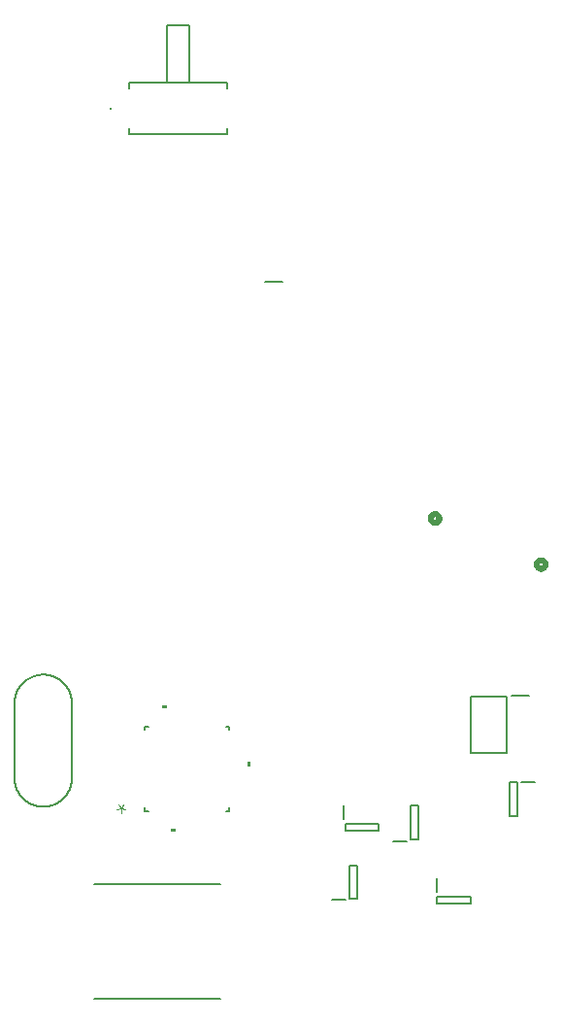
<source format=gbo>
G04 EAGLE Gerber RS-274X export*
G75*
%MOMM*%
%FSLAX34Y34*%
%LPD*%
%INBottom Silkscreen*%
%IPPOS*%
%AMOC8*
5,1,8,0,0,1.08239X$1,22.5*%
G01*
%ADD10C,0.200000*%
%ADD11C,0.100000*%
%ADD12C,0.508000*%
%ADD13C,0.152400*%
%ADD14C,0.076200*%

G36*
X138117Y139851D02*
X138117Y139851D01*
X138119Y139850D01*
X138162Y139870D01*
X138206Y139888D01*
X138206Y139890D01*
X138208Y139891D01*
X138241Y139976D01*
X138241Y142516D01*
X138240Y142518D01*
X138241Y142520D01*
X138221Y142563D01*
X138203Y142607D01*
X138201Y142607D01*
X138200Y142609D01*
X138115Y142642D01*
X134305Y142642D01*
X134303Y142641D01*
X134301Y142642D01*
X134258Y142622D01*
X134214Y142604D01*
X134214Y142602D01*
X134212Y142601D01*
X134179Y142516D01*
X134179Y139976D01*
X134180Y139974D01*
X134179Y139972D01*
X134199Y139929D01*
X134217Y139885D01*
X134219Y139885D01*
X134220Y139883D01*
X134305Y139850D01*
X138115Y139850D01*
X138117Y139851D01*
G37*
G36*
X211098Y89600D02*
X211098Y89600D01*
X211100Y89599D01*
X211143Y89619D01*
X211187Y89637D01*
X211187Y89639D01*
X211189Y89640D01*
X211222Y89725D01*
X211222Y93535D01*
X211221Y93537D01*
X211222Y93539D01*
X211202Y93582D01*
X211184Y93626D01*
X211182Y93626D01*
X211181Y93628D01*
X211096Y93661D01*
X208556Y93661D01*
X208554Y93660D01*
X208552Y93661D01*
X208509Y93641D01*
X208465Y93623D01*
X208465Y93621D01*
X208463Y93620D01*
X208430Y93535D01*
X208430Y89725D01*
X208431Y89723D01*
X208430Y89721D01*
X208450Y89678D01*
X208468Y89634D01*
X208470Y89634D01*
X208471Y89632D01*
X208556Y89599D01*
X211096Y89599D01*
X211098Y89600D01*
G37*
G36*
X146117Y32619D02*
X146117Y32619D01*
X146119Y32618D01*
X146162Y32638D01*
X146206Y32656D01*
X146206Y32658D01*
X146208Y32659D01*
X146241Y32744D01*
X146241Y35284D01*
X146240Y35286D01*
X146241Y35288D01*
X146221Y35331D01*
X146203Y35375D01*
X146201Y35375D01*
X146200Y35377D01*
X146115Y35410D01*
X142305Y35410D01*
X142303Y35409D01*
X142301Y35410D01*
X142258Y35390D01*
X142214Y35372D01*
X142214Y35370D01*
X142212Y35369D01*
X142179Y35284D01*
X142179Y32744D01*
X142180Y32742D01*
X142179Y32740D01*
X142199Y32697D01*
X142217Y32653D01*
X142219Y32653D01*
X142220Y32651D01*
X142305Y32618D01*
X146115Y32618D01*
X146117Y32619D01*
G37*
D10*
X435100Y150240D02*
X403100Y150240D01*
X403100Y101220D01*
X435100Y101220D01*
X435100Y150240D01*
X438600Y151530D02*
X453850Y151530D01*
X443690Y75460D02*
X437690Y75460D01*
X437690Y46460D01*
X443690Y46460D01*
X443690Y75460D01*
X447190Y75960D02*
X459190Y75960D01*
X138270Y685440D02*
X138270Y735440D01*
X158270Y735440D01*
X158270Y685440D01*
X105270Y685440D02*
X105270Y680440D01*
X105270Y685440D02*
X191270Y685440D01*
X191270Y680440D01*
X105270Y645440D02*
X105270Y640440D01*
X191270Y640440D01*
X191270Y645440D01*
D11*
X89270Y662940D02*
X89268Y662896D01*
X89262Y662853D01*
X89253Y662811D01*
X89240Y662769D01*
X89223Y662729D01*
X89203Y662690D01*
X89180Y662653D01*
X89153Y662619D01*
X89124Y662586D01*
X89091Y662557D01*
X89057Y662530D01*
X89020Y662507D01*
X88981Y662487D01*
X88941Y662470D01*
X88899Y662457D01*
X88857Y662448D01*
X88814Y662442D01*
X88770Y662440D01*
X88726Y662442D01*
X88683Y662448D01*
X88641Y662457D01*
X88599Y662470D01*
X88559Y662487D01*
X88520Y662507D01*
X88483Y662530D01*
X88449Y662557D01*
X88416Y662586D01*
X88387Y662619D01*
X88360Y662653D01*
X88337Y662690D01*
X88317Y662729D01*
X88300Y662769D01*
X88287Y662811D01*
X88278Y662853D01*
X88272Y662896D01*
X88270Y662940D01*
X88272Y662984D01*
X88278Y663027D01*
X88287Y663069D01*
X88300Y663111D01*
X88317Y663151D01*
X88337Y663190D01*
X88360Y663227D01*
X88387Y663261D01*
X88416Y663294D01*
X88449Y663323D01*
X88483Y663350D01*
X88520Y663373D01*
X88559Y663393D01*
X88599Y663410D01*
X88641Y663423D01*
X88683Y663432D01*
X88726Y663438D01*
X88770Y663440D01*
X88814Y663438D01*
X88857Y663432D01*
X88899Y663423D01*
X88941Y663410D01*
X88981Y663393D01*
X89020Y663373D01*
X89057Y663350D01*
X89091Y663323D01*
X89124Y663294D01*
X89153Y663261D01*
X89180Y663227D01*
X89203Y663190D01*
X89223Y663151D01*
X89240Y663111D01*
X89253Y663069D01*
X89262Y663027D01*
X89268Y662984D01*
X89270Y662940D01*
D10*
X374120Y-23670D02*
X374120Y-29670D01*
X403120Y-29670D01*
X403120Y-23670D01*
X374120Y-23670D01*
X373620Y-20170D02*
X373620Y-8170D01*
X294110Y33830D02*
X294110Y39830D01*
X294110Y33830D02*
X323110Y33830D01*
X323110Y39830D01*
X294110Y39830D01*
X292610Y43330D02*
X292610Y55330D01*
X351330Y26140D02*
X357330Y26140D01*
X357330Y55140D01*
X351330Y55140D01*
X351330Y26140D01*
X347830Y24640D02*
X335830Y24640D01*
X239037Y511522D02*
X223787Y511522D01*
D12*
X461010Y265430D02*
X461012Y265552D01*
X461018Y265674D01*
X461028Y265796D01*
X461041Y265917D01*
X461059Y266038D01*
X461080Y266158D01*
X461106Y266278D01*
X461135Y266396D01*
X461167Y266514D01*
X461204Y266631D01*
X461244Y266746D01*
X461288Y266860D01*
X461336Y266972D01*
X461387Y267083D01*
X461442Y267192D01*
X461500Y267300D01*
X461562Y267405D01*
X461627Y267508D01*
X461695Y267610D01*
X461767Y267709D01*
X461841Y267805D01*
X461919Y267900D01*
X462000Y267991D01*
X462083Y268081D01*
X462169Y268167D01*
X462259Y268250D01*
X462350Y268331D01*
X462445Y268409D01*
X462541Y268483D01*
X462640Y268555D01*
X462742Y268623D01*
X462845Y268688D01*
X462950Y268750D01*
X463058Y268808D01*
X463167Y268863D01*
X463278Y268914D01*
X463390Y268962D01*
X463504Y269006D01*
X463619Y269046D01*
X463736Y269083D01*
X463854Y269115D01*
X463972Y269144D01*
X464092Y269170D01*
X464212Y269191D01*
X464333Y269209D01*
X464454Y269222D01*
X464576Y269232D01*
X464698Y269238D01*
X464820Y269240D01*
X464942Y269238D01*
X465064Y269232D01*
X465186Y269222D01*
X465307Y269209D01*
X465428Y269191D01*
X465548Y269170D01*
X465668Y269144D01*
X465786Y269115D01*
X465904Y269083D01*
X466021Y269046D01*
X466136Y269006D01*
X466250Y268962D01*
X466362Y268914D01*
X466473Y268863D01*
X466582Y268808D01*
X466690Y268750D01*
X466795Y268688D01*
X466898Y268623D01*
X467000Y268555D01*
X467099Y268483D01*
X467195Y268409D01*
X467290Y268331D01*
X467381Y268250D01*
X467471Y268167D01*
X467557Y268081D01*
X467640Y267991D01*
X467721Y267900D01*
X467799Y267805D01*
X467873Y267709D01*
X467945Y267610D01*
X468013Y267508D01*
X468078Y267405D01*
X468140Y267300D01*
X468198Y267192D01*
X468253Y267083D01*
X468304Y266972D01*
X468352Y266860D01*
X468396Y266746D01*
X468436Y266631D01*
X468473Y266514D01*
X468505Y266396D01*
X468534Y266278D01*
X468560Y266158D01*
X468581Y266038D01*
X468599Y265917D01*
X468612Y265796D01*
X468622Y265674D01*
X468628Y265552D01*
X468630Y265430D01*
X468628Y265308D01*
X468622Y265186D01*
X468612Y265064D01*
X468599Y264943D01*
X468581Y264822D01*
X468560Y264702D01*
X468534Y264582D01*
X468505Y264464D01*
X468473Y264346D01*
X468436Y264229D01*
X468396Y264114D01*
X468352Y264000D01*
X468304Y263888D01*
X468253Y263777D01*
X468198Y263668D01*
X468140Y263560D01*
X468078Y263455D01*
X468013Y263352D01*
X467945Y263250D01*
X467873Y263151D01*
X467799Y263055D01*
X467721Y262960D01*
X467640Y262869D01*
X467557Y262779D01*
X467471Y262693D01*
X467381Y262610D01*
X467290Y262529D01*
X467195Y262451D01*
X467099Y262377D01*
X467000Y262305D01*
X466898Y262237D01*
X466795Y262172D01*
X466690Y262110D01*
X466582Y262052D01*
X466473Y261997D01*
X466362Y261946D01*
X466250Y261898D01*
X466136Y261854D01*
X466021Y261814D01*
X465904Y261777D01*
X465786Y261745D01*
X465668Y261716D01*
X465548Y261690D01*
X465428Y261669D01*
X465307Y261651D01*
X465186Y261638D01*
X465064Y261628D01*
X464942Y261622D01*
X464820Y261620D01*
X464698Y261622D01*
X464576Y261628D01*
X464454Y261638D01*
X464333Y261651D01*
X464212Y261669D01*
X464092Y261690D01*
X463972Y261716D01*
X463854Y261745D01*
X463736Y261777D01*
X463619Y261814D01*
X463504Y261854D01*
X463390Y261898D01*
X463278Y261946D01*
X463167Y261997D01*
X463058Y262052D01*
X462950Y262110D01*
X462845Y262172D01*
X462742Y262237D01*
X462640Y262305D01*
X462541Y262377D01*
X462445Y262451D01*
X462350Y262529D01*
X462259Y262610D01*
X462169Y262693D01*
X462083Y262779D01*
X462000Y262869D01*
X461919Y262960D01*
X461841Y263055D01*
X461767Y263151D01*
X461695Y263250D01*
X461627Y263352D01*
X461562Y263455D01*
X461500Y263560D01*
X461442Y263668D01*
X461387Y263777D01*
X461336Y263888D01*
X461288Y264000D01*
X461244Y264114D01*
X461204Y264229D01*
X461167Y264346D01*
X461135Y264464D01*
X461106Y264582D01*
X461080Y264702D01*
X461059Y264822D01*
X461041Y264943D01*
X461028Y265064D01*
X461018Y265186D01*
X461012Y265308D01*
X461010Y265430D01*
D10*
X184742Y-112691D02*
X74742Y-112691D01*
X74742Y-12691D02*
X184742Y-12691D01*
D12*
X368417Y305517D02*
X368419Y305395D01*
X368425Y305273D01*
X368435Y305151D01*
X368448Y305030D01*
X368466Y304909D01*
X368487Y304789D01*
X368513Y304669D01*
X368542Y304551D01*
X368574Y304433D01*
X368611Y304316D01*
X368651Y304201D01*
X368695Y304087D01*
X368743Y303975D01*
X368794Y303864D01*
X368849Y303755D01*
X368907Y303647D01*
X368969Y303542D01*
X369034Y303439D01*
X369102Y303337D01*
X369174Y303238D01*
X369248Y303142D01*
X369326Y303047D01*
X369407Y302956D01*
X369490Y302866D01*
X369576Y302780D01*
X369666Y302697D01*
X369757Y302616D01*
X369852Y302538D01*
X369948Y302464D01*
X370047Y302392D01*
X370149Y302324D01*
X370252Y302259D01*
X370357Y302197D01*
X370465Y302139D01*
X370574Y302084D01*
X370685Y302033D01*
X370797Y301985D01*
X370911Y301941D01*
X371026Y301901D01*
X371143Y301864D01*
X371261Y301832D01*
X371379Y301803D01*
X371499Y301777D01*
X371619Y301756D01*
X371740Y301738D01*
X371861Y301725D01*
X371983Y301715D01*
X372105Y301709D01*
X372227Y301707D01*
X372349Y301709D01*
X372471Y301715D01*
X372593Y301725D01*
X372714Y301738D01*
X372835Y301756D01*
X372955Y301777D01*
X373075Y301803D01*
X373193Y301832D01*
X373311Y301864D01*
X373428Y301901D01*
X373543Y301941D01*
X373657Y301985D01*
X373769Y302033D01*
X373880Y302084D01*
X373989Y302139D01*
X374097Y302197D01*
X374202Y302259D01*
X374305Y302324D01*
X374407Y302392D01*
X374506Y302464D01*
X374602Y302538D01*
X374697Y302616D01*
X374788Y302697D01*
X374878Y302780D01*
X374964Y302866D01*
X375047Y302956D01*
X375128Y303047D01*
X375206Y303142D01*
X375280Y303238D01*
X375352Y303337D01*
X375420Y303439D01*
X375485Y303542D01*
X375547Y303647D01*
X375605Y303755D01*
X375660Y303864D01*
X375711Y303975D01*
X375759Y304087D01*
X375803Y304201D01*
X375843Y304316D01*
X375880Y304433D01*
X375912Y304551D01*
X375941Y304669D01*
X375967Y304789D01*
X375988Y304909D01*
X376006Y305030D01*
X376019Y305151D01*
X376029Y305273D01*
X376035Y305395D01*
X376037Y305517D01*
X376035Y305639D01*
X376029Y305761D01*
X376019Y305883D01*
X376006Y306004D01*
X375988Y306125D01*
X375967Y306245D01*
X375941Y306365D01*
X375912Y306483D01*
X375880Y306601D01*
X375843Y306718D01*
X375803Y306833D01*
X375759Y306947D01*
X375711Y307059D01*
X375660Y307170D01*
X375605Y307279D01*
X375547Y307387D01*
X375485Y307492D01*
X375420Y307595D01*
X375352Y307697D01*
X375280Y307796D01*
X375206Y307892D01*
X375128Y307987D01*
X375047Y308078D01*
X374964Y308168D01*
X374878Y308254D01*
X374788Y308337D01*
X374697Y308418D01*
X374602Y308496D01*
X374506Y308570D01*
X374407Y308642D01*
X374305Y308710D01*
X374202Y308775D01*
X374097Y308837D01*
X373989Y308895D01*
X373880Y308950D01*
X373769Y309001D01*
X373657Y309049D01*
X373543Y309093D01*
X373428Y309133D01*
X373311Y309170D01*
X373193Y309202D01*
X373075Y309231D01*
X372955Y309257D01*
X372835Y309278D01*
X372714Y309296D01*
X372593Y309309D01*
X372471Y309319D01*
X372349Y309325D01*
X372227Y309327D01*
X372105Y309325D01*
X371983Y309319D01*
X371861Y309309D01*
X371740Y309296D01*
X371619Y309278D01*
X371499Y309257D01*
X371379Y309231D01*
X371261Y309202D01*
X371143Y309170D01*
X371026Y309133D01*
X370911Y309093D01*
X370797Y309049D01*
X370685Y309001D01*
X370574Y308950D01*
X370465Y308895D01*
X370357Y308837D01*
X370252Y308775D01*
X370149Y308710D01*
X370047Y308642D01*
X369948Y308570D01*
X369852Y308496D01*
X369757Y308418D01*
X369666Y308337D01*
X369576Y308254D01*
X369490Y308168D01*
X369407Y308078D01*
X369326Y307987D01*
X369248Y307892D01*
X369174Y307796D01*
X369102Y307697D01*
X369034Y307595D01*
X368969Y307492D01*
X368907Y307387D01*
X368849Y307279D01*
X368794Y307170D01*
X368743Y307059D01*
X368695Y306947D01*
X368651Y306833D01*
X368611Y306718D01*
X368574Y306601D01*
X368542Y306483D01*
X368513Y306365D01*
X368487Y306245D01*
X368466Y306125D01*
X368448Y306004D01*
X368435Y305883D01*
X368425Y305761D01*
X368419Y305639D01*
X368417Y305517D01*
D13*
X122428Y124460D02*
X119380Y124460D01*
X193040Y124460D02*
X193040Y121412D01*
X193040Y50800D02*
X189992Y50800D01*
X119380Y50800D02*
X119380Y53848D01*
X119380Y121412D02*
X119380Y124460D01*
X189992Y124460D02*
X193040Y124460D01*
X193040Y53848D02*
X193040Y50800D01*
X122428Y50800D02*
X119380Y50800D01*
D14*
X98263Y49163D02*
X98263Y53142D01*
X100584Y56127D01*
X98263Y53142D02*
X95941Y56127D01*
X98263Y53142D02*
X101910Y51816D01*
X98263Y53142D02*
X94615Y51816D01*
D10*
X297990Y-25930D02*
X303990Y-25930D01*
X303990Y3070D01*
X297990Y3070D01*
X297990Y-25930D01*
X294490Y-26430D02*
X282490Y-26430D01*
X55480Y79530D02*
X55473Y78921D01*
X55450Y78313D01*
X55413Y77705D01*
X55361Y77099D01*
X55295Y76493D01*
X55214Y75890D01*
X55118Y75289D01*
X55007Y74690D01*
X54882Y74094D01*
X54742Y73502D01*
X54588Y72913D01*
X54420Y72328D01*
X54238Y71747D01*
X54041Y71170D01*
X53830Y70599D01*
X53606Y70033D01*
X53368Y69473D01*
X53116Y68919D01*
X52851Y68371D01*
X52573Y67829D01*
X52281Y67295D01*
X51977Y66767D01*
X51660Y66248D01*
X51330Y65736D01*
X50988Y65232D01*
X50634Y64737D01*
X50267Y64251D01*
X49889Y63773D01*
X49500Y63305D01*
X49099Y62847D01*
X48688Y62399D01*
X48265Y61960D01*
X47832Y61532D01*
X47388Y61115D01*
X46935Y60709D01*
X46472Y60314D01*
X45999Y59930D01*
X45517Y59558D01*
X45026Y59198D01*
X44527Y58850D01*
X44019Y58514D01*
X43504Y58190D01*
X42980Y57879D01*
X42449Y57581D01*
X41911Y57296D01*
X41366Y57025D01*
X40815Y56766D01*
X40258Y56521D01*
X39694Y56290D01*
X39126Y56073D01*
X38552Y55869D01*
X37973Y55679D01*
X37390Y55504D01*
X36803Y55343D01*
X36212Y55196D01*
X35618Y55064D01*
X35021Y54946D01*
X34421Y54843D01*
X33819Y54754D01*
X33214Y54680D01*
X32608Y54621D01*
X32001Y54576D01*
X31393Y54547D01*
X30784Y54532D01*
X30176Y54532D01*
X29567Y54547D01*
X28959Y54576D01*
X28352Y54621D01*
X27746Y54680D01*
X27141Y54754D01*
X26539Y54843D01*
X25939Y54946D01*
X25342Y55064D01*
X24748Y55196D01*
X24157Y55343D01*
X23570Y55504D01*
X22987Y55679D01*
X22408Y55869D01*
X21834Y56073D01*
X21266Y56290D01*
X20702Y56521D01*
X20145Y56766D01*
X19594Y57025D01*
X19049Y57296D01*
X18511Y57581D01*
X17980Y57879D01*
X17456Y58190D01*
X16941Y58514D01*
X16433Y58850D01*
X15934Y59198D01*
X15443Y59558D01*
X14961Y59930D01*
X14488Y60314D01*
X14025Y60709D01*
X13572Y61115D01*
X13128Y61532D01*
X12695Y61960D01*
X12272Y62399D01*
X11861Y62847D01*
X11460Y63305D01*
X11071Y63773D01*
X10693Y64251D01*
X10326Y64737D01*
X9972Y65232D01*
X9630Y65736D01*
X9300Y66248D01*
X8983Y66767D01*
X8679Y67295D01*
X8387Y67829D01*
X8109Y68371D01*
X7844Y68919D01*
X7592Y69473D01*
X7354Y70033D01*
X7130Y70599D01*
X6919Y71170D01*
X6722Y71747D01*
X6540Y72328D01*
X6372Y72913D01*
X6218Y73502D01*
X6078Y74094D01*
X5953Y74690D01*
X5842Y75289D01*
X5746Y75890D01*
X5665Y76493D01*
X5599Y77099D01*
X5547Y77705D01*
X5510Y78313D01*
X5487Y78921D01*
X5480Y79530D01*
X5480Y144530D01*
X5487Y145139D01*
X5510Y145747D01*
X5547Y146355D01*
X5599Y146961D01*
X5665Y147567D01*
X5746Y148170D01*
X5842Y148771D01*
X5953Y149370D01*
X6078Y149966D01*
X6218Y150558D01*
X6372Y151147D01*
X6540Y151732D01*
X6722Y152313D01*
X6919Y152890D01*
X7130Y153461D01*
X7354Y154027D01*
X7592Y154587D01*
X7844Y155141D01*
X8109Y155689D01*
X8387Y156231D01*
X8679Y156765D01*
X8983Y157293D01*
X9300Y157812D01*
X9630Y158324D01*
X9972Y158828D01*
X10326Y159323D01*
X10693Y159809D01*
X11071Y160287D01*
X11460Y160755D01*
X11861Y161213D01*
X12272Y161661D01*
X12695Y162100D01*
X13128Y162528D01*
X13572Y162945D01*
X14025Y163351D01*
X14488Y163746D01*
X14961Y164130D01*
X15443Y164502D01*
X15934Y164862D01*
X16433Y165210D01*
X16941Y165546D01*
X17456Y165870D01*
X17980Y166181D01*
X18511Y166479D01*
X19049Y166764D01*
X19594Y167035D01*
X20145Y167294D01*
X20702Y167539D01*
X21266Y167770D01*
X21834Y167987D01*
X22408Y168191D01*
X22987Y168381D01*
X23570Y168556D01*
X24157Y168717D01*
X24748Y168864D01*
X25342Y168996D01*
X25939Y169114D01*
X26539Y169217D01*
X27141Y169306D01*
X27746Y169380D01*
X28352Y169439D01*
X28959Y169484D01*
X29567Y169513D01*
X30176Y169528D01*
X30784Y169528D01*
X31393Y169513D01*
X32001Y169484D01*
X32608Y169439D01*
X33214Y169380D01*
X33819Y169306D01*
X34421Y169217D01*
X35021Y169114D01*
X35618Y168996D01*
X36212Y168864D01*
X36803Y168717D01*
X37390Y168556D01*
X37973Y168381D01*
X38552Y168191D01*
X39126Y167987D01*
X39694Y167770D01*
X40258Y167539D01*
X40815Y167294D01*
X41366Y167035D01*
X41911Y166764D01*
X42449Y166479D01*
X42980Y166181D01*
X43504Y165870D01*
X44019Y165546D01*
X44527Y165210D01*
X45026Y164862D01*
X45517Y164502D01*
X45999Y164130D01*
X46472Y163746D01*
X46935Y163351D01*
X47388Y162945D01*
X47832Y162528D01*
X48265Y162100D01*
X48688Y161661D01*
X49099Y161213D01*
X49500Y160755D01*
X49889Y160287D01*
X50267Y159809D01*
X50634Y159323D01*
X50988Y158828D01*
X51330Y158324D01*
X51660Y157812D01*
X51977Y157293D01*
X52281Y156765D01*
X52573Y156231D01*
X52851Y155689D01*
X53116Y155141D01*
X53368Y154587D01*
X53606Y154027D01*
X53830Y153461D01*
X54041Y152890D01*
X54238Y152313D01*
X54420Y151732D01*
X54588Y151147D01*
X54742Y150558D01*
X54882Y149966D01*
X55007Y149370D01*
X55118Y148771D01*
X55214Y148170D01*
X55295Y147567D01*
X55361Y146961D01*
X55413Y146355D01*
X55450Y145747D01*
X55473Y145139D01*
X55480Y144530D01*
X55480Y79530D01*
M02*

</source>
